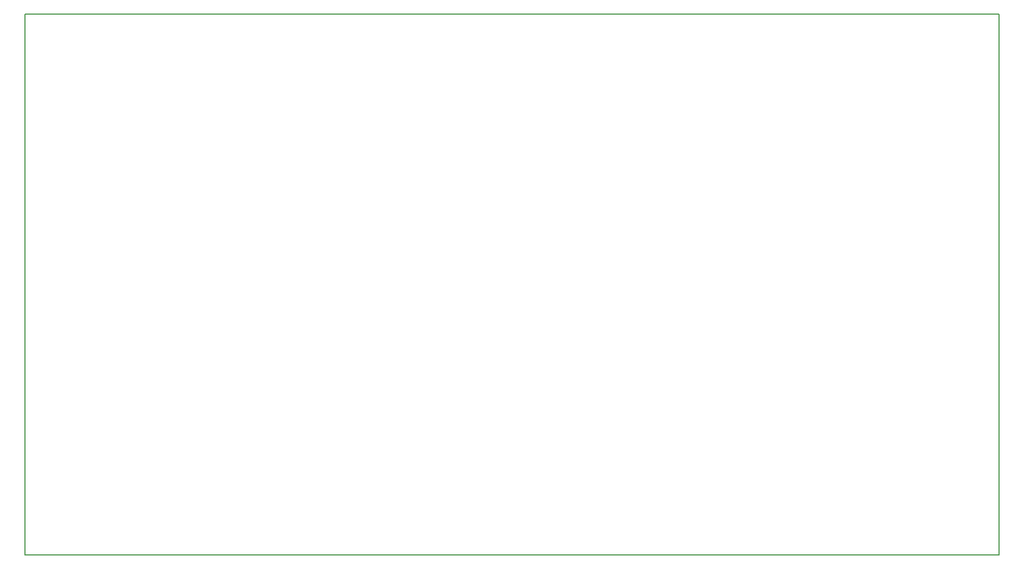
<source format=gbr>
%FSTAX25Y25*%
%MOMM*%
%SFA1B1*%

%IPPOS*%
%ADD19C,0.200000*%
%LNldo_test_mechanical_1-1*%
%LPD*%
G54D19*
X18299998Y12749999D02*
Y4299999D01*
X3099998Y12749999D02*
Y4299999D01*
X18299998*
X3099998Y12749999D02*
X18299998D01*
M02*
</source>
